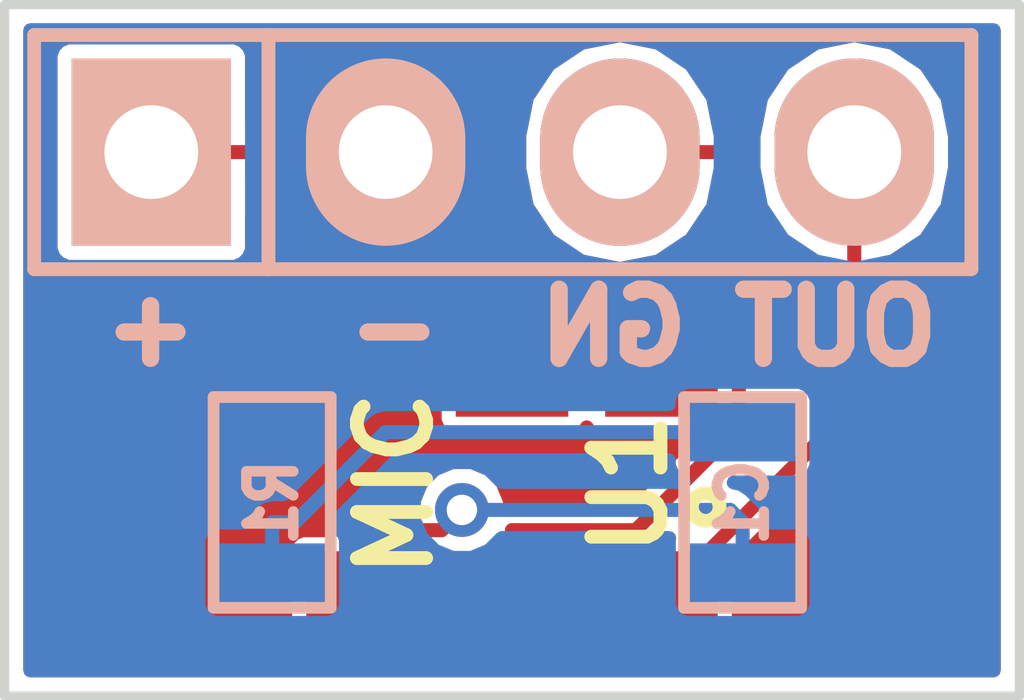
<source format=kicad_pcb>
(kicad_pcb (version 4) (host pcbnew "(2014-09-08 BZR 5123)-product")

  (general
    (links 7)
    (no_connects 0)
    (area 148.949999 106.949999 160.050001 114.550001)
    (thickness 1.6)
    (drawings 6)
    (tracks 24)
    (zones 0)
    (modules 4)
    (nets 8)
  )

  (page A4)
  (layers
    (0 F.Cu signal)
    (31 B.Cu signal)
    (32 B.Adhes user)
    (33 F.Adhes user)
    (34 B.Paste user)
    (35 F.Paste user)
    (36 B.SilkS user)
    (37 F.SilkS user)
    (38 B.Mask user)
    (39 F.Mask user)
    (40 Dwgs.User user)
    (41 Cmts.User user)
    (42 Eco1.User user)
    (43 Eco2.User user)
    (44 Edge.Cuts user)
    (45 Margin user)
    (46 B.CrtYd user)
    (47 F.CrtYd user)
    (48 B.Fab user)
    (49 F.Fab user)
  )

  (setup
    (last_trace_width 0.1524)
    (trace_clearance 0.1524)
    (zone_clearance 0.1524)
    (zone_45_only no)
    (trace_min 0.1524)
    (segment_width 0.2)
    (edge_width 0.1)
    (via_size 0.5842)
    (via_drill 0.3302)
    (via_min_size 0.5842)
    (via_min_drill 0.3302)
    (uvia_size 0.508)
    (uvia_drill 0.127)
    (uvias_allowed no)
    (uvia_min_size 0.508)
    (uvia_min_drill 0.127)
    (pcb_text_width 0.3)
    (pcb_text_size 1.5 1.5)
    (mod_edge_width 0.15)
    (mod_text_size 1 1)
    (mod_text_width 0.15)
    (pad_size 1.5 1.5)
    (pad_drill 0.6)
    (pad_to_mask_clearance 0)
    (aux_axis_origin 0 0)
    (visible_elements FFFFFF7F)
    (pcbplotparams
      (layerselection 0x00030_80000001)
      (usegerberextensions false)
      (excludeedgelayer true)
      (linewidth 0.100000)
      (plotframeref false)
      (viasonmask false)
      (mode 1)
      (useauxorigin false)
      (hpglpennumber 1)
      (hpglpenspeed 20)
      (hpglpendiameter 15)
      (hpglpenoverlay 2)
      (psnegative false)
      (psa4output false)
      (plotreference true)
      (plotvalue true)
      (plotinvisibletext false)
      (padsonsilk false)
      (subtractmaskfromsilk false)
      (outputformat 1)
      (mirror false)
      (drillshape 1)
      (scaleselection 1)
      (outputdirectory ""))
  )

  (net 0 "")
  (net 1 "Net-(C1-Pad1)")
  (net 2 "Net-(C1-Pad2)")
  (net 3 +5V)
  (net 4 GND)
  (net 5 GAIN)
  (net 6 OUT)
  (net 7 "Net-(U1-Pad5)")

  (net_class Default "This is the default net class."
    (clearance 0.1524)
    (trace_width 0.1524)
    (via_dia 0.5842)
    (via_drill 0.3302)
    (uvia_dia 0.508)
    (uvia_drill 0.127)
    (add_net +5V)
    (add_net GAIN)
    (add_net GND)
    (add_net "Net-(C1-Pad1)")
    (add_net "Net-(C1-Pad2)")
    (add_net "Net-(U1-Pad5)")
    (add_net OUT)
  )

  (module SMD_Packages:SMD-0603 (layer B.Cu) (tedit 54222760) (tstamp 54222D33)
    (at 157 112.4 90)
    (path /54221BC3)
    (attr smd)
    (fp_text reference C1 (at 0 0 90) (layer B.SilkS)
      (effects (font (size 0.508 0.4572) (thickness 0.1143)) (justify mirror))
    )
    (fp_text value 0.47uF (at 0 0 90) (layer B.SilkS) hide
      (effects (font (size 0.508 0.4572) (thickness 0.1143)) (justify mirror))
    )
    (fp_line (start -1.143 0.635) (end 1.143 0.635) (layer B.SilkS) (width 0.127))
    (fp_line (start 1.143 0.635) (end 1.143 -0.635) (layer B.SilkS) (width 0.127))
    (fp_line (start 1.143 -0.635) (end -1.143 -0.635) (layer B.SilkS) (width 0.127))
    (fp_line (start -1.143 -0.635) (end -1.143 0.635) (layer B.SilkS) (width 0.127))
    (pad 1 smd rect (at -0.762 0 90) (size 0.635 1.143) (layers B.Cu B.Paste B.Mask)
      (net 1 "Net-(C1-Pad1)"))
    (pad 2 smd rect (at 0.762 0 90) (size 0.635 1.143) (layers B.Cu B.Paste B.Mask)
      (net 2 "Net-(C1-Pad2)"))
    (model smd\resistors\R0603.wrl
      (at (xyz 0 0 0.001))
      (scale (xyz 0.5 0.5 0.5))
      (rotate (xyz 0 0 0))
    )
  )

  (module Pin_Headers:Pin_Header_Straight_1x04 (layer B.Cu) (tedit 54222BFC) (tstamp 54222772)
    (at 154.4 108.6)
    (descr "Through hole pin header")
    (tags "pin header")
    (path /54221BE8)
    (fp_text reference P1 (at 0 2.286) (layer B.SilkS) hide
      (effects (font (size 1.27 1.27) (thickness 0.2032)) (justify mirror))
    )
    (fp_text value CONN_01X04 (at 0 0) (layer B.SilkS) hide
      (effects (font (size 1.27 1.27) (thickness 0.2032)) (justify mirror))
    )
    (fp_line (start -2.54 -1.27) (end 5.08 -1.27) (layer B.SilkS) (width 0.15))
    (fp_line (start -2.54 1.27) (end 5.08 1.27) (layer B.SilkS) (width 0.15))
    (fp_line (start -5.08 1.27) (end -2.54 1.27) (layer B.SilkS) (width 0.15))
    (fp_line (start 5.08 -1.27) (end 5.08 1.27) (layer B.SilkS) (width 0.15))
    (fp_line (start -2.54 1.27) (end -2.54 -1.27) (layer B.SilkS) (width 0.15))
    (fp_line (start -5.08 1.27) (end -5.08 -1.27) (layer B.SilkS) (width 0.15))
    (fp_line (start -5.08 -1.27) (end -2.54 -1.27) (layer B.SilkS) (width 0.15))
    (pad 1 thru_hole rect (at -3.81 0) (size 1.7272 2.032) (drill 1.016) (layers *.Cu *.Mask B.SilkS)
      (net 3 +5V))
    (pad 2 thru_hole oval (at -1.27 0) (size 1.7272 2.032) (drill 1.016) (layers *.Cu *.Mask B.SilkS)
      (net 4 GND))
    (pad 3 thru_hole oval (at 1.27 0) (size 1.7272 2.032) (drill 1.016) (layers *.Cu *.Mask B.SilkS)
      (net 5 GAIN))
    (pad 4 thru_hole oval (at 3.81 0) (size 1.7272 2.032) (drill 1.016) (layers *.Cu *.Mask B.SilkS)
      (net 6 OUT))
    (model Pin_Headers/Pin_Header_Straight_1x04.wrl
      (at (xyz 0 0 0))
      (scale (xyz 1 1 1))
      (rotate (xyz 0 0 0))
    )
  )

  (module SMD_Packages:SMD-0603 (layer B.Cu) (tedit 54222760) (tstamp 54222778)
    (at 151.9 112.4 90)
    (path /54221BA0)
    (attr smd)
    (fp_text reference R1 (at 0 0 90) (layer B.SilkS)
      (effects (font (size 0.508 0.4572) (thickness 0.1143)) (justify mirror))
    )
    (fp_text value 4K7 (at 0 0 90) (layer B.SilkS) hide
      (effects (font (size 0.508 0.4572) (thickness 0.1143)) (justify mirror))
    )
    (fp_line (start -1.143 0.635) (end 1.143 0.635) (layer B.SilkS) (width 0.127))
    (fp_line (start 1.143 0.635) (end 1.143 -0.635) (layer B.SilkS) (width 0.127))
    (fp_line (start 1.143 -0.635) (end -1.143 -0.635) (layer B.SilkS) (width 0.127))
    (fp_line (start -1.143 -0.635) (end -1.143 0.635) (layer B.SilkS) (width 0.127))
    (pad 1 smd rect (at -0.762 0 90) (size 0.635 1.143) (layers B.Cu B.Paste B.Mask)
      (net 2 "Net-(C1-Pad2)"))
    (pad 2 smd rect (at 0.762 0 90) (size 0.635 1.143) (layers B.Cu B.Paste B.Mask)
      (net 4 GND))
    (model smd\resistors\R0603.wrl
      (at (xyz 0 0 0.001))
      (scale (xyz 0.5 0.5 0.5))
      (rotate (xyz 0 0 0))
    )
  )

  (module MIC:MIC (layer F.Cu) (tedit 541DC5F9) (tstamp 54222782)
    (at 154.5 112.2 270)
    (path /542224A8)
    (fp_text reference U1 (at 0 -1.27 270) (layer F.SilkS)
      (effects (font (size 0.75 0.75) (thickness 0.15)))
    )
    (fp_text value MIC (at 0 1.27 270) (layer F.SilkS)
      (effects (font (size 0.75 0.75) (thickness 0.15)))
    )
    (fp_circle (center 0.25 -2.1) (end 0.25 -2.25) (layer F.SilkS) (width 0.15))
    (pad 1 smd rect (at 1.24 -1.62 270) (size 1.02 1.22) (layers F.Cu F.Paste F.Mask)
      (net 6 OUT))
    (pad 2 smd rect (at 1.24 0 270) (size 1.02 1.22) (layers F.Cu F.Paste F.Mask)
      (net 5 GAIN))
    (pad 3 smd rect (at 1.24 1.62 270) (size 1.02 1.22) (layers F.Cu F.Paste F.Mask)
      (net 1 "Net-(C1-Pad1)"))
    (pad 4 smd rect (at -1.24 1.62 270) (size 1.02 1.22) (layers F.Cu F.Paste F.Mask)
      (net 4 GND))
    (pad 5 smd rect (at -1.24 0 270) (size 1.02 1.22) (layers F.Cu F.Paste F.Mask)
      (net 7 "Net-(U1-Pad5)"))
    (pad 6 smd rect (at -1.24 -1.62 270) (size 1.02 1.22) (layers F.Cu F.Paste F.Mask)
      (net 3 +5V))
  )

  (gr_text "OUT GN  -   +" (at 154.6 110.5) (layer B.SilkS)
    (effects (font (size 0.75 0.75) (thickness 0.1875)) (justify mirror))
  )
  (gr_line (start 149 114.5) (end 149 107) (angle 90) (layer Edge.Cuts) (width 0.1))
  (gr_line (start 160 114.5) (end 149 114.5) (angle 90) (layer Edge.Cuts) (width 0.1))
  (gr_line (start 160 107) (end 160 114.5) (angle 90) (layer Edge.Cuts) (width 0.1))
  (gr_line (start 149 107) (end 160 107) (angle 90) (layer Edge.Cuts) (width 0.1))
  (gr_line (start 149 107) (end 149 107.1) (angle 90) (layer Edge.Cuts) (width 0.1))

  (via (at 153.9569 112.4816) (size 0.5842) (layers F.Cu B.Cu) (net 1))
  (segment (start 153.7374 112.7011) (end 153.9569 112.4816) (width 0.1524) (layer F.Cu) (net 1))
  (segment (start 152.88 112.7011) (end 153.7374 112.7011) (width 0.1524) (layer F.Cu) (net 1))
  (segment (start 156.866 112.4816) (end 157 112.6156) (width 0.1524) (layer B.Cu) (net 1))
  (segment (start 153.9569 112.4816) (end 156.866 112.4816) (width 0.1524) (layer B.Cu) (net 1))
  (segment (start 152.88 113.44) (end 152.88 112.7011) (width 0.1524) (layer F.Cu) (net 1))
  (segment (start 157 113.162) (end 157 112.6156) (width 0.1524) (layer B.Cu) (net 1))
  (segment (start 153.1258 111.638) (end 157 111.638) (width 0.1524) (layer B.Cu) (net 2))
  (segment (start 152.1482 112.6156) (end 153.1258 111.638) (width 0.1524) (layer B.Cu) (net 2))
  (segment (start 151.9 112.6156) (end 152.1482 112.6156) (width 0.1524) (layer B.Cu) (net 2))
  (segment (start 151.9 113.162) (end 151.9 112.6156) (width 0.1524) (layer B.Cu) (net 2))
  (segment (start 151.6825 108.8731) (end 151.6825 108.6) (width 0.1524) (layer F.Cu) (net 3))
  (segment (start 153.0305 110.2211) (end 151.6825 108.8731) (width 0.1524) (layer F.Cu) (net 3))
  (segment (start 156.12 110.2211) (end 153.0305 110.2211) (width 0.1524) (layer F.Cu) (net 3))
  (segment (start 156.12 110.96) (end 156.12 110.2211) (width 0.1524) (layer F.Cu) (net 3))
  (segment (start 150.59 108.6) (end 151.6825 108.6) (width 0.1524) (layer F.Cu) (net 3))
  (segment (start 155.8409 112.7011) (end 154.5 112.7011) (width 0.1524) (layer F.Cu) (net 5))
  (segment (start 156.959 111.583) (end 155.8409 112.7011) (width 0.1524) (layer F.Cu) (net 5))
  (segment (start 156.959 108.7965) (end 156.959 111.583) (width 0.1524) (layer F.Cu) (net 5))
  (segment (start 156.7625 108.6) (end 156.959 108.7965) (width 0.1524) (layer F.Cu) (net 5))
  (segment (start 155.67 108.6) (end 156.7625 108.6) (width 0.1524) (layer F.Cu) (net 5))
  (segment (start 154.5 113.44) (end 154.5 112.7011) (width 0.1524) (layer F.Cu) (net 5))
  (segment (start 158.21 111.35) (end 158.21 108.6) (width 0.1524) (layer F.Cu) (net 6))
  (segment (start 156.12 113.44) (end 158.21 111.35) (width 0.1524) (layer F.Cu) (net 6))

  (zone (net 4) (net_name GND) (layer F.Cu) (tstamp 54222E36) (hatch edge 0.508)
    (connect_pads yes (clearance 0.1524))
    (min_thickness 0.1524)
    (fill yes (arc_segments 16) (thermal_gap 0.508) (thermal_bridge_width 0.508))
    (polygon
      (pts
        (xy 160 114.5) (xy 149 114.5) (xy 149 107) (xy 160 107)
      )
    )
    (filled_polygon
      (pts
        (xy 159.7214 114.2214) (xy 159.3022 114.2214) (xy 159.3022 108.776783) (xy 159.3022 108.423217) (xy 159.219061 108.00525)
        (xy 158.982302 107.650915) (xy 158.627967 107.414156) (xy 158.21 107.331017) (xy 157.792033 107.414156) (xy 157.437698 107.650915)
        (xy 157.200939 108.00525) (xy 157.1178 108.423217) (xy 157.1178 108.524248) (xy 156.978026 108.384474) (xy 156.879142 108.318402)
        (xy 156.7625 108.2952) (xy 156.736735 108.2952) (xy 156.679061 108.00525) (xy 156.442302 107.650915) (xy 156.087967 107.414156)
        (xy 155.67 107.331017) (xy 155.252033 107.414156) (xy 154.897698 107.650915) (xy 154.660939 108.00525) (xy 154.5778 108.423217)
        (xy 154.5778 108.776783) (xy 154.660939 109.19475) (xy 154.897698 109.549085) (xy 155.252033 109.785844) (xy 155.67 109.868983)
        (xy 156.087967 109.785844) (xy 156.442302 109.549085) (xy 156.6542 109.231957) (xy 156.6542 110.2214) (xy 156.4248 110.2214)
        (xy 156.4248 110.2211) (xy 156.401598 110.104458) (xy 156.335526 110.005574) (xy 156.236642 109.939502) (xy 156.12 109.9163)
        (xy 153.156752 109.9163) (xy 151.9873 108.746848) (xy 151.9873 108.6) (xy 151.964098 108.483358) (xy 151.898026 108.384474)
        (xy 151.799142 108.318402) (xy 151.6825 108.2952) (xy 151.6822 108.2952) (xy 151.6822 107.538529) (xy 151.647398 107.454509)
        (xy 151.583092 107.390203) (xy 151.499072 107.3554) (xy 151.408129 107.3554) (xy 149.680929 107.3554) (xy 149.596909 107.390202)
        (xy 149.532603 107.454508) (xy 149.4978 107.538528) (xy 149.4978 107.629471) (xy 149.4978 109.661471) (xy 149.532602 109.745491)
        (xy 149.596908 109.809797) (xy 149.680928 109.8446) (xy 149.771871 109.8446) (xy 151.499071 109.8446) (xy 151.583091 109.809798)
        (xy 151.647397 109.745492) (xy 151.6822 109.661472) (xy 151.6822 109.570529) (xy 151.6822 109.303852) (xy 152.814974 110.436626)
        (xy 152.913858 110.502698) (xy 152.913859 110.502698) (xy 153.0305 110.5259) (xy 153.6614 110.5259) (xy 153.6614 111.515471)
        (xy 153.696202 111.599491) (xy 153.760508 111.663797) (xy 153.844528 111.6986) (xy 153.935471 111.6986) (xy 155.155471 111.6986)
        (xy 155.239491 111.663798) (xy 155.303797 111.599492) (xy 155.309999 111.584517) (xy 155.316202 111.599491) (xy 155.380508 111.663797)
        (xy 155.464528 111.6986) (xy 155.555471 111.6986) (xy 156.412348 111.6986) (xy 155.714648 112.3963) (xy 154.5 112.3963)
        (xy 154.47767 112.400741) (xy 154.47769 112.378481) (xy 154.398585 112.187033) (xy 154.252238 112.04043) (xy 154.060928 111.960991)
        (xy 153.853781 111.96081) (xy 153.662333 112.039915) (xy 153.51573 112.186262) (xy 153.436291 112.377572) (xy 153.436274 112.3963)
        (xy 152.88 112.3963) (xy 152.763358 112.419502) (xy 152.664474 112.485574) (xy 152.598402 112.584458) (xy 152.5752 112.7011)
        (xy 152.5752 112.7014) (xy 152.224529 112.7014) (xy 152.140509 112.736202) (xy 152.076203 112.800508) (xy 152.0414 112.884528)
        (xy 152.0414 112.975471) (xy 152.0414 113.995471) (xy 152.076202 114.079491) (xy 152.140508 114.143797) (xy 152.224528 114.1786)
        (xy 152.315471 114.1786) (xy 153.535471 114.1786) (xy 153.619491 114.143798) (xy 153.683797 114.079492) (xy 153.689999 114.064517)
        (xy 153.696202 114.079491) (xy 153.760508 114.143797) (xy 153.844528 114.1786) (xy 153.935471 114.1786) (xy 155.155471 114.1786)
        (xy 155.239491 114.143798) (xy 155.303797 114.079492) (xy 155.309999 114.064517) (xy 155.316202 114.079491) (xy 155.380508 114.143797)
        (xy 155.464528 114.1786) (xy 155.555471 114.1786) (xy 156.775471 114.1786) (xy 156.859491 114.143798) (xy 156.923797 114.079492)
        (xy 156.9586 113.995472) (xy 156.9586 113.904529) (xy 156.9586 113.032452) (xy 158.425526 111.565526) (xy 158.491598 111.466642)
        (xy 158.5148 111.35) (xy 158.5148 109.808354) (xy 158.627967 109.785844) (xy 158.982302 109.549085) (xy 159.219061 109.19475)
        (xy 159.3022 108.776783) (xy 159.3022 114.2214) (xy 149.2786 114.2214) (xy 149.2786 107.2786) (xy 159.7214 107.2786)
        (xy 159.7214 114.2214)
      )
    )
  )
  (zone (net 4) (net_name GND) (layer B.Cu) (tstamp 54222E50) (hatch edge 0.508)
    (connect_pads yes (clearance 0.1524))
    (min_thickness 0.1524)
    (fill yes (arc_segments 16) (thermal_gap 0.508) (thermal_bridge_width 0.508))
    (polygon
      (pts
        (xy 160 114.5) (xy 149 114.5) (xy 149 107) (xy 160 107)
      )
    )
    (filled_polygon
      (pts
        (xy 159.7214 114.2214) (xy 159.3022 114.2214) (xy 159.3022 108.776783) (xy 159.3022 108.423217) (xy 159.219061 108.00525)
        (xy 158.982302 107.650915) (xy 158.627967 107.414156) (xy 158.21 107.331017) (xy 157.792033 107.414156) (xy 157.437698 107.650915)
        (xy 157.200939 108.00525) (xy 157.1178 108.423217) (xy 157.1178 108.776783) (xy 157.200939 109.19475) (xy 157.437698 109.549085)
        (xy 157.792033 109.785844) (xy 158.21 109.868983) (xy 158.627967 109.785844) (xy 158.982302 109.549085) (xy 159.219061 109.19475)
        (xy 159.3022 108.776783) (xy 159.3022 114.2214) (xy 157.8001 114.2214) (xy 157.8001 113.524972) (xy 157.8001 113.434029)
        (xy 157.8001 112.799029) (xy 157.765298 112.715009) (xy 157.700992 112.650703) (xy 157.616972 112.6159) (xy 157.526029 112.6159)
        (xy 157.3048 112.6159) (xy 157.3048 112.6156) (xy 157.281598 112.498959) (xy 157.281598 112.498958) (xy 157.215526 112.400074)
        (xy 157.081526 112.266074) (xy 156.982642 112.200002) (xy 156.902698 112.1841) (xy 157.616971 112.1841) (xy 157.700991 112.149298)
        (xy 157.765297 112.084992) (xy 157.8001 112.000972) (xy 157.8001 111.910029) (xy 157.8001 111.275029) (xy 157.765298 111.191009)
        (xy 157.700992 111.126703) (xy 157.616972 111.0919) (xy 157.526029 111.0919) (xy 156.7622 111.0919) (xy 156.7622 108.776783)
        (xy 156.7622 108.423217) (xy 156.679061 108.00525) (xy 156.442302 107.650915) (xy 156.087967 107.414156) (xy 155.67 107.331017)
        (xy 155.252033 107.414156) (xy 154.897698 107.650915) (xy 154.660939 108.00525) (xy 154.5778 108.423217) (xy 154.5778 108.776783)
        (xy 154.660939 109.19475) (xy 154.897698 109.549085) (xy 155.252033 109.785844) (xy 155.67 109.868983) (xy 156.087967 109.785844)
        (xy 156.442302 109.549085) (xy 156.679061 109.19475) (xy 156.7622 108.776783) (xy 156.7622 111.0919) (xy 156.383029 111.0919)
        (xy 156.299009 111.126702) (xy 156.234703 111.191008) (xy 156.1999 111.275028) (xy 156.1999 111.3332) (xy 153.1258 111.3332)
        (xy 153.009158 111.356402) (xy 152.910274 111.422474) (xy 152.021948 112.3108) (xy 151.9 112.3108) (xy 151.783358 112.334002)
        (xy 151.684474 112.400074) (xy 151.6822 112.403477) (xy 151.6822 109.661472) (xy 151.6822 109.570529) (xy 151.6822 107.538529)
        (xy 151.647398 107.454509) (xy 151.583092 107.390203) (xy 151.499072 107.3554) (xy 151.408129 107.3554) (xy 149.680929 107.3554)
        (xy 149.596909 107.390202) (xy 149.532603 107.454508) (xy 149.4978 107.538528) (xy 149.4978 107.629471) (xy 149.4978 109.661471)
        (xy 149.532602 109.745491) (xy 149.596908 109.809797) (xy 149.680928 109.8446) (xy 149.771871 109.8446) (xy 151.499071 109.8446)
        (xy 151.583091 109.809798) (xy 151.647397 109.745492) (xy 151.6822 109.661472) (xy 151.6822 112.403477) (xy 151.618402 112.498958)
        (xy 151.5952 112.6156) (xy 151.5952 112.6159) (xy 151.283029 112.6159) (xy 151.199009 112.650702) (xy 151.134703 112.715008)
        (xy 151.0999 112.799028) (xy 151.0999 112.889971) (xy 151.0999 113.524971) (xy 151.134702 113.608991) (xy 151.199008 113.673297)
        (xy 151.283028 113.7081) (xy 151.373971 113.7081) (xy 152.516971 113.7081) (xy 152.600991 113.673298) (xy 152.665297 113.608992)
        (xy 152.7001 113.524972) (xy 152.7001 113.434029) (xy 152.7001 112.799029) (xy 152.665298 112.715009) (xy 152.600992 112.650703)
        (xy 152.560798 112.634053) (xy 153.252052 111.9428) (xy 156.1999 111.9428) (xy 156.1999 112.000971) (xy 156.234702 112.084991)
        (xy 156.299008 112.149297) (xy 156.365404 112.1768) (xy 154.388369 112.1768) (xy 154.252238 112.04043) (xy 154.060928 111.960991)
        (xy 153.853781 111.96081) (xy 153.662333 112.039915) (xy 153.51573 112.186262) (xy 153.436291 112.377572) (xy 153.43611 112.584719)
        (xy 153.515215 112.776167) (xy 153.661562 112.92277) (xy 153.852872 113.002209) (xy 154.060019 113.00239) (xy 154.251467 112.923285)
        (xy 154.388591 112.7864) (xy 156.20513 112.7864) (xy 156.1999 112.799028) (xy 156.1999 112.889971) (xy 156.1999 113.524971)
        (xy 156.234702 113.608991) (xy 156.299008 113.673297) (xy 156.383028 113.7081) (xy 156.473971 113.7081) (xy 157.616971 113.7081)
        (xy 157.700991 113.673298) (xy 157.765297 113.608992) (xy 157.8001 113.524972) (xy 157.8001 114.2214) (xy 149.2786 114.2214)
        (xy 149.2786 107.2786) (xy 159.7214 107.2786) (xy 159.7214 114.2214)
      )
    )
  )
)

</source>
